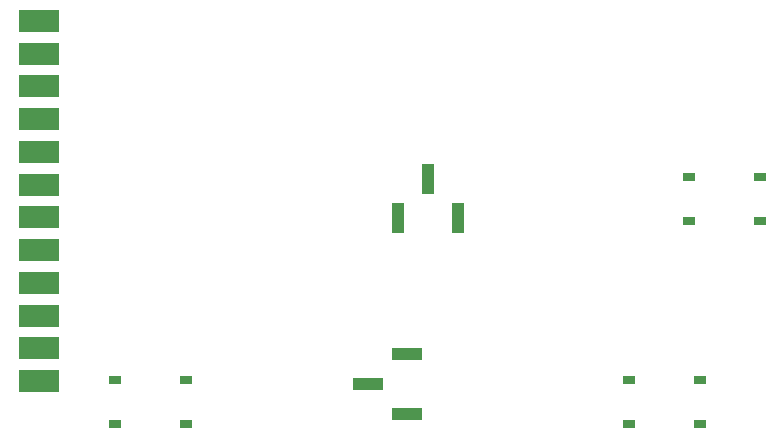
<source format=gbr>
%TF.GenerationSoftware,KiCad,Pcbnew,8.0.2*%
%TF.CreationDate,2024-12-01T19:44:38-06:00*%
%TF.ProjectId,Desktop_50_Pin_TopConn,4465736b-746f-4705-9f35-305f50696e5f,rev?*%
%TF.SameCoordinates,Original*%
%TF.FileFunction,Paste,Bot*%
%TF.FilePolarity,Positive*%
%FSLAX46Y46*%
G04 Gerber Fmt 4.6, Leading zero omitted, Abs format (unit mm)*
G04 Created by KiCad (PCBNEW 8.0.2) date 2024-12-01 19:44:38*
%MOMM*%
%LPD*%
G01*
G04 APERTURE LIST*
%ADD10R,3.480000X1.846667*%
%ADD11R,1.000000X2.510000*%
%ADD12R,2.510000X1.000000*%
%ADD13R,1.000000X0.750000*%
G04 APERTURE END LIST*
D10*
%TO.C,J3*%
X2000000Y15235000D03*
X2000000Y12465000D03*
X2000000Y9695000D03*
X2000000Y6925000D03*
X2000000Y4155000D03*
X2000000Y1385000D03*
X2000000Y-1385000D03*
X2000000Y-4155000D03*
X2000000Y-6925000D03*
X2000000Y-9695000D03*
X2000000Y-12465000D03*
X2000000Y-15235000D03*
%TD*%
D11*
%TO.C,J5*%
X37414000Y-1477000D03*
X34874000Y1833000D03*
X32334000Y-1477000D03*
%TD*%
D12*
%TO.C,J14*%
X33105000Y-12960000D03*
X29795000Y-15500000D03*
X33105000Y-18040000D03*
%TD*%
D13*
%TO.C,SW2*%
X63010000Y2045000D03*
X57010000Y2045000D03*
X63010000Y-1705000D03*
X57010000Y-1705000D03*
%TD*%
%TO.C,SW3*%
X51950000Y-18890000D03*
X57950000Y-18890000D03*
X51950000Y-15140000D03*
X57950000Y-15140000D03*
%TD*%
%TO.C,SW1*%
X8420000Y-18890000D03*
X14420000Y-18890000D03*
X8420000Y-15140000D03*
X14420000Y-15140000D03*
%TD*%
M02*

</source>
